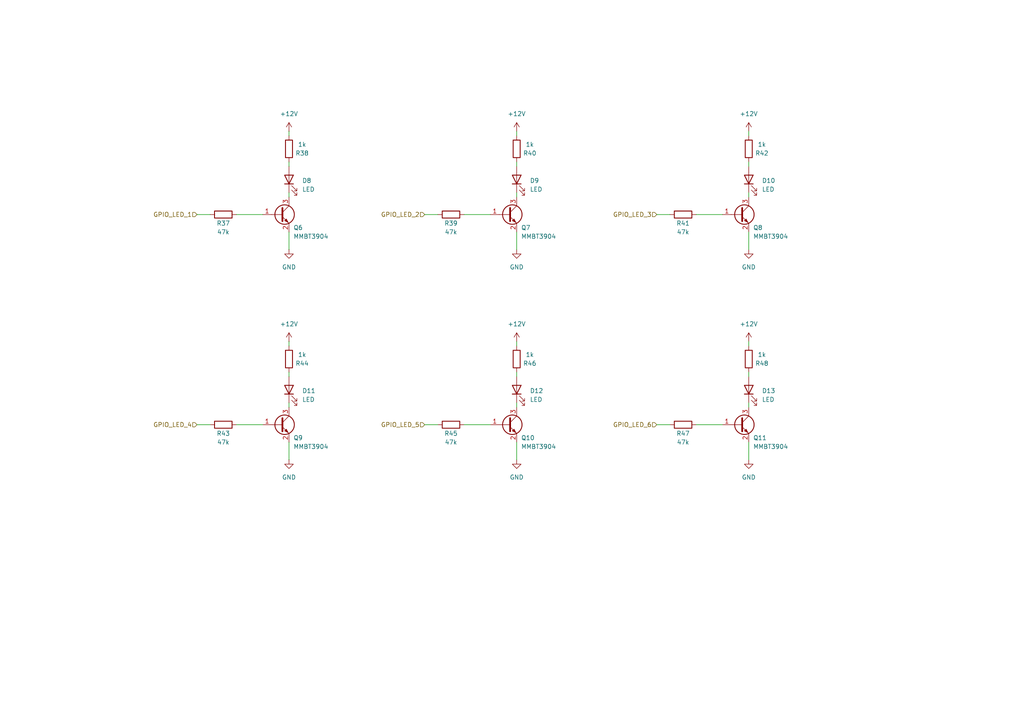
<source format=kicad_sch>
(kicad_sch (version 20250114) (generator "eeschema") (generator_version "9.0")
  (paper "A4")
  (lib_symbols
    (symbol "Device:LED" (pin_numbers (hide yes)) (pin_names (offset 1.016) (hide yes))
      (property "Reference" "D" (at 0 2.54 0))
      (property "Value" "LED" (at 0 -2.54 0))
      (symbol "LED_0_1"
        (polyline (pts (xy -3.048 -0.762) (xy -4.572 -2.286) (xy -3.81 -2.286) (xy -4.572 -2.286) (xy -4.572 -1.524)))
        (polyline (pts (xy -1.778 -0.762) (xy -3.302 -2.286) (xy -2.54 -2.286) (xy -3.302 -2.286) (xy -3.302 -1.524)))
        (polyline (pts (xy -1.27 0) (xy 1.27 0)))
        (polyline (pts (xy -1.27 -1.27) (xy -1.27 1.27)) (stroke (width 0.254)))
        (polyline (pts (xy 1.27 -1.27) (xy 1.27 1.27) (xy -1.27 0) (xy 1.27 -1.27)) (stroke (width 0.254)))
      )
      (symbol "LED_1_1"
        (pin passive line (at -3.81 0 0) (length 2.54) (name "K") (number "1"))
        (pin passive line (at 3.81 0 180) (length 2.54) (name "A") (number "2"))
      )
    )
    (symbol "Device:R" (pin_numbers (hide yes)) (pin_names (offset 0))
      (property "Reference" "R" (at 2.032 0 90))
      (property "Value" "R" (at 0 0 90))
      (symbol "R_0_1"
        (rectangle (start -1.016 -2.54) (end 1.016 2.54) (stroke (width 0.254)))
      )
      (symbol "R_1_1"
        (pin passive line (at 0 3.81 270) (length 1.27) (name "~") (number "1"))
        (pin passive line (at 0 -3.81 90) (length 1.27) (name "~") (number "2"))
      )
    )
    (symbol "Transistor_BJT:MMBT3904" (pin_names (offset 0) (hide yes))
      (property "Reference" "Q" (at 5.08 1.905 0))
      (property "Value" "MMBT3904" (at 5.08 0 0))
      (symbol "MMBT3904_0_1"
        (polyline (pts (xy -2.54 0) (xy 0.635 0)))
        (polyline (pts (xy 0.635 1.905) (xy 0.635 -1.905)) (stroke (width 0.508)))
        (circle (center 1.27 0) (radius 2.8194) (stroke (width 0.254)))
      )
      (symbol "MMBT3904_1_1"
        (polyline (pts (xy 0.635 0.635) (xy 2.54 2.54)))
        (polyline (pts (xy 0.635 -0.635) (xy 2.54 -2.54)))
        (polyline (pts (xy 1.27 -1.778) (xy 1.778 -1.27) (xy 2.286 -2.286) (xy 1.27 -1.778)) (fill (type outline)))
        (pin input line (at -5.08 0 0) (length 2.54) (name "B") (number "1"))
        (pin passive line (at 2.54 5.08 270) (length 2.54) (name "C") (number "3"))
        (pin passive line (at 2.54 -5.08 90) (length 2.54) (name "E") (number "2"))
      )
    )
    (symbol "power:+12V" (power) (pin_numbers (hide yes)) (pin_names (offset 0) (hide yes))
      (property "Value" "+12V" (at 0 3.556 0))
      (symbol "+12V_0_1"
        (polyline (pts (xy -0.762 1.27) (xy 0 2.54)))
        (polyline (pts (xy 0 2.54) (xy 0.762 1.27)))
        (polyline (pts (xy 0 0) (xy 0 2.54)))
      )
      (symbol "+12V_1_1"
        (pin power_in line (at 0 0 90) (length 0) (name "~") (number "1"))
      )
    )
    (symbol "power:GND" (power) (pin_numbers (hide yes)) (pin_names (offset 0) (hide yes))
      (property "Value" "GND" (at 0 -3.81 0))
      (symbol "GND_0_1"
        (polyline (pts (xy 0 0) (xy 0 -1.27) (xy 1.27 -1.27) (xy 0 -2.54) (xy -1.27 -1.27) (xy 0 -1.27)))
      )
      (symbol "GND_1_1"
        (pin power_in line (at 0 0 270) (length 0) (name "~") (number "1"))
      )
    )
  )
  (wire (pts (xy 217.17 55.88) (xy 217.17 57.15)))
  (wire (pts (xy 190.5 62.23) (xy 194.31 62.23)))
  (wire (pts (xy 83.82 55.88) (xy 83.82 57.15)))
  (wire (pts (xy 149.86 72.39) (xy 149.86 67.31)))
  (wire (pts (xy 201.93 62.23) (xy 209.55 62.23)))
  (wire (pts (xy 83.82 133.35) (xy 83.82 128.27)))
  (wire (pts (xy 149.86 116.84) (xy 149.86 118.11)))
  (wire (pts (xy 83.82 38.1) (xy 83.82 39.37)))
  (wire (pts (xy 217.17 107.95) (xy 217.17 109.22)))
  (wire (pts (xy 190.5 123.19) (xy 194.31 123.19)))
  (wire (pts (xy 201.93 123.19) (xy 209.55 123.19)))
  (wire (pts (xy 149.86 133.35) (xy 149.86 128.27)))
  (wire (pts (xy 83.82 72.39) (xy 83.82 67.31)))
  (wire (pts (xy 217.17 72.39) (xy 217.17 67.31)))
  (wire (pts (xy 123.19 123.19) (xy 127 123.19)))
  (wire (pts (xy 217.17 46.99) (xy 217.17 48.26)))
  (wire (pts (xy 123.19 62.23) (xy 127 62.23)))
  (wire (pts (xy 83.82 107.95) (xy 83.82 109.22)))
  (wire (pts (xy 57.15 62.23) (xy 60.96 62.23)))
  (wire (pts (xy 134.62 62.23) (xy 142.24 62.23)))
  (wire (pts (xy 217.17 133.35) (xy 217.17 128.27)))
  (wire (pts (xy 149.86 99.06) (xy 149.86 100.33)))
  (wire (pts (xy 149.86 107.95) (xy 149.86 109.22)))
  (wire (pts (xy 217.17 38.1) (xy 217.17 39.37)))
  (wire (pts (xy 83.82 99.06) (xy 83.82 100.33)))
  (wire (pts (xy 68.58 123.19) (xy 76.2 123.19)))
  (wire (pts (xy 68.58 62.23) (xy 76.2 62.23)))
  (wire (pts (xy 217.17 116.84) (xy 217.17 118.11)))
  (wire (pts (xy 83.82 46.99) (xy 83.82 48.26)))
  (wire (pts (xy 149.86 38.1) (xy 149.86 39.37)))
  (wire (pts (xy 83.82 116.84) (xy 83.82 118.11)))
  (wire (pts (xy 217.17 99.06) (xy 217.17 100.33)))
  (wire (pts (xy 134.62 123.19) (xy 142.24 123.19)))
  (wire (pts (xy 57.15 123.19) (xy 60.96 123.19)))
  (wire (pts (xy 149.86 55.88) (xy 149.86 57.15)))
  (wire (pts (xy 149.86 46.99) (xy 149.86 48.26)))
  (hierarchical_label "GPIO_LED_1" (shape input) (at 57.15 62.23 180))
  (hierarchical_label "GPIO_LED_3" (shape input) (at 190.5 62.23 180))
  (hierarchical_label "GPIO_LED_6" (shape input) (at 190.5 123.19 180))
  (hierarchical_label "GPIO_LED_5" (shape input) (at 123.19 123.19 180))
  (hierarchical_label "GPIO_LED_2" (shape input) (at 123.19 62.23 180))
  (hierarchical_label "GPIO_LED_4" (shape input) (at 57.15 123.19 180))
  (symbol (lib_id "power:+12V") (at 217.17 99.06 0) (unit 1)
    (property "Reference" "#PWR063" (effects (hide yes)))
    (property "Value" "+12V" (at 217.17 93.98 0))
    (property "Description" "Power symbol creates a global label with name \"+12V\"" (effects (hide yes)))
  )
  (symbol (lib_id "power:GND") (at 149.86 72.39 0) (unit 1)
    (property "Reference" "#PWR056" (effects (hide yes)))
    (property "Value" "GND" (at 149.86 77.47 0))
    (property "Description" "Power symbol creates a global label with name \"GND\" , ground" (effects (hide yes)))
  )
  (symbol (lib_id "power:+12V") (at 217.17 38.1 0) (unit 1)
    (property "Reference" "#PWR057" (effects (hide yes)))
    (property "Value" "+12V" (at 217.17 33.02 0))
    (property "Description" "Power symbol creates a global label with name \"+12V\"" (effects (hide yes)))
  )
  (symbol (lib_id "power:GND") (at 83.82 72.39 0) (unit 1)
    (property "Reference" "#PWR054" (effects (hide yes)))
    (property "Value" "GND" (at 83.82 77.47 0))
    (property "Description" "Power symbol creates a global label with name \"GND\" , ground" (effects (hide yes)))
  )
  (symbol (lib_id "Device:LED") (at 149.86 52.07 90) (unit 1)
    (property "Reference" "D9" (at 153.67 52.3874 90) (effects (justify right)))
    (property "Value" "LED" (at 153.67 54.9274 90) (effects (justify right)))
    (property "Description" "Light emitting diode" (effects (hide yes)))
    (property "Sim.Pins" "1=K 2=A" (effects (hide yes)))
  )
  (symbol (lib_id "Device:LED") (at 83.82 113.03 90) (unit 1)
    (property "Reference" "D11" (at 87.63 113.3474 90) (effects (justify right)))
    (property "Value" "LED" (at 87.63 115.8874 90) (effects (justify right)))
    (property "Description" "Light emitting diode" (effects (hide yes)))
    (property "Sim.Pins" "1=K 2=A" (effects (hide yes)))
  )
  (symbol (lib_id "Device:R") (at 217.17 104.14 180) (unit 1)
    (property "Reference" "R48" (at 220.98 105.41 0))
    (property "Value" "1k" (at 220.98 102.87 0))
    (property "Footprint" "Resistor_SMD:R_0603_1608Metric" (effects (hide yes)))
    (property "Vendor" "JLCPCB" (effects (hide yes)))
  )
  (symbol (lib_id "Transistor_BJT:MMBT3904") (at 81.28 123.19 0) (unit 1)
    (property "Reference" "Q9" (at 85.09 127 0) (effects (justify left)))
    (property "Value" "MMBT3904" (at 85.09 129.54 0) (effects (justify left)))
    (property "Footprint" "Package_TO_SOT_SMD:SOT-23" (effects (hide yes)))
    (property "Datasheet" "https://jlcpcb.com/api/file/downloadByFileSystemAccessId/8552894390268936192" (effects (hide yes)))
    (property "Description" "0.2A Ic, 40V Vce, Small Signal NPN Transistor, SOT-23" (effects (hide yes)))
    (property "Vendor" "JLCPCB" (effects (hide yes)))
    (property "LCSC" "C20526" (effects (hide yes)))
  )
  (symbol (lib_id "Device:R") (at 149.86 43.18 180) (unit 1)
    (property "Reference" "R40" (at 153.67 44.45 0))
    (property "Value" "1k" (at 153.67 41.91 0))
    (property "Footprint" "Resistor_SMD:R_0603_1608Metric" (effects (hide yes)))
    (property "Vendor" "JLCPCB" (effects (hide yes)))
  )
  (symbol (lib_id "power:+12V") (at 83.82 99.06 0) (unit 1)
    (property "Reference" "#PWR059" (effects (hide yes)))
    (property "Value" "+12V" (at 83.82 93.98 0))
    (property "Description" "Power symbol creates a global label with name \"+12V\"" (effects (hide yes)))
  )
  (symbol (lib_id "power:+12V") (at 149.86 99.06 0) (unit 1)
    (property "Reference" "#PWR061" (effects (hide yes)))
    (property "Value" "+12V" (at 149.86 93.98 0))
    (property "Description" "Power symbol creates a global label with name \"+12V\"" (effects (hide yes)))
  )
  (symbol (lib_id "Transistor_BJT:MMBT3904") (at 214.63 123.19 0) (unit 1)
    (property "Reference" "Q11" (at 218.44 127 0) (effects (justify left)))
    (property "Value" "MMBT3904" (at 218.44 129.54 0) (effects (justify left)))
    (property "Footprint" "Package_TO_SOT_SMD:SOT-23" (effects (hide yes)))
    (property "Datasheet" "https://jlcpcb.com/api/file/downloadByFileSystemAccessId/8552894390268936192" (effects (hide yes)))
    (property "Description" "0.2A Ic, 40V Vce, Small Signal NPN Transistor, SOT-23" (effects (hide yes)))
    (property "Vendor" "JLCPCB" (effects (hide yes)))
    (property "LCSC" "C20526" (effects (hide yes)))
  )
  (symbol (lib_id "power:+12V") (at 149.86 38.1 0) (unit 1)
    (property "Reference" "#PWR055" (effects (hide yes)))
    (property "Value" "+12V" (at 149.86 33.02 0))
    (property "Description" "Power symbol creates a global label with name \"+12V\"" (effects (hide yes)))
  )
  (symbol (lib_id "Device:LED") (at 217.17 113.03 90) (unit 1)
    (property "Reference" "D13" (at 220.98 113.3474 90) (effects (justify right)))
    (property "Value" "LED" (at 220.98 115.8874 90) (effects (justify right)))
    (property "Description" "Light emitting diode" (effects (hide yes)))
    (property "Sim.Pins" "1=K 2=A" (effects (hide yes)))
  )
  (symbol (lib_id "Device:R") (at 217.17 43.18 180) (unit 1)
    (property "Reference" "R42" (at 220.98 44.45 0))
    (property "Value" "1k" (at 220.98 41.91 0))
    (property "Footprint" "Resistor_SMD:R_0603_1608Metric" (effects (hide yes)))
    (property "Vendor" "JLCPCB" (effects (hide yes)))
  )
  (symbol (lib_id "Device:R") (at 130.81 123.19 90) (unit 1)
    (property "Reference" "R45" (at 130.81 125.73 90))
    (property "Value" "47k" (at 130.81 128.27 90))
    (property "Footprint" "Resistor_SMD:R_0603_1608Metric" (effects (hide yes)))
    (property "LCSC" "C25803" (effects (hide yes)))
    (property "Vendor" "JLCPCB" (effects (hide yes)))
  )
  (symbol (lib_id "Device:R") (at 130.81 62.23 90) (unit 1)
    (property "Reference" "R39" (at 130.81 64.77 90))
    (property "Value" "47k" (at 130.81 67.31 90))
    (property "Footprint" "Resistor_SMD:R_0603_1608Metric" (effects (hide yes)))
    (property "LCSC" "C25803" (effects (hide yes)))
    (property "Vendor" "JLCPCB" (effects (hide yes)))
  )
  (symbol (lib_id "power:+12V") (at 83.82 38.1 0) (unit 1)
    (property "Reference" "#PWR053" (effects (hide yes)))
    (property "Value" "+12V" (at 83.82 33.02 0))
    (property "Description" "Power symbol creates a global label with name \"+12V\"" (effects (hide yes)))
  )
  (symbol (lib_id "Device:R") (at 83.82 104.14 180) (unit 1)
    (property "Reference" "R44" (at 87.63 105.41 0))
    (property "Value" "1k" (at 87.63 102.87 0))
    (property "Footprint" "Resistor_SMD:R_0603_1608Metric" (effects (hide yes)))
    (property "Vendor" "JLCPCB" (effects (hide yes)))
  )
  (symbol (lib_id "Device:LED") (at 83.82 52.07 90) (unit 1)
    (property "Reference" "D8" (at 87.63 52.3874 90) (effects (justify right)))
    (property "Value" "LED" (at 87.63 54.9274 90) (effects (justify right)))
    (property "Description" "Light emitting diode" (effects (hide yes)))
    (property "Sim.Pins" "1=K 2=A" (effects (hide yes)))
  )
  (symbol (lib_id "Transistor_BJT:MMBT3904") (at 81.28 62.23 0) (unit 1)
    (property "Reference" "Q6" (at 85.09 66.04 0) (effects (justify left)))
    (property "Value" "MMBT3904" (at 85.09 68.58 0) (effects (justify left)))
    (property "Footprint" "Package_TO_SOT_SMD:SOT-23" (effects (hide yes)))
    (property "Datasheet" "https://jlcpcb.com/api/file/downloadByFileSystemAccessId/8552894390268936192" (effects (hide yes)))
    (property "Description" "0.2A Ic, 40V Vce, Small Signal NPN Transistor, SOT-23" (effects (hide yes)))
    (property "Vendor" "JLCPCB" (effects (hide yes)))
    (property "LCSC" "C20526" (effects (hide yes)))
  )
  (symbol (lib_id "Device:LED") (at 149.86 113.03 90) (unit 1)
    (property "Reference" "D12" (at 153.67 113.3474 90) (effects (justify right)))
    (property "Value" "LED" (at 153.67 115.8874 90) (effects (justify right)))
    (property "Description" "Light emitting diode" (effects (hide yes)))
    (property "Sim.Pins" "1=K 2=A" (effects (hide yes)))
  )
  (symbol (lib_id "Transistor_BJT:MMBT3904") (at 147.32 123.19 0) (unit 1)
    (property "Reference" "Q10" (at 151.13 127 0) (effects (justify left)))
    (property "Value" "MMBT3904" (at 151.13 129.54 0) (effects (justify left)))
    (property "Footprint" "Package_TO_SOT_SMD:SOT-23" (effects (hide yes)))
    (property "Datasheet" "https://jlcpcb.com/api/file/downloadByFileSystemAccessId/8552894390268936192" (effects (hide yes)))
    (property "Description" "0.2A Ic, 40V Vce, Small Signal NPN Transistor, SOT-23" (effects (hide yes)))
    (property "Vendor" "JLCPCB" (effects (hide yes)))
    (property "LCSC" "C20526" (effects (hide yes)))
  )
  (symbol (lib_id "Device:R") (at 64.77 123.19 90) (unit 1)
    (property "Reference" "R43" (at 64.77 125.73 90))
    (property "Value" "47k" (at 64.77 128.27 90))
    (property "Footprint" "Resistor_SMD:R_0603_1608Metric" (effects (hide yes)))
    (property "LCSC" "C25803" (effects (hide yes)))
    (property "Vendor" "JLCPCB" (effects (hide yes)))
  )
  (symbol (lib_id "Transistor_BJT:MMBT3904") (at 147.32 62.23 0) (unit 1)
    (property "Reference" "Q7" (at 151.13 66.04 0) (effects (justify left)))
    (property "Value" "MMBT3904" (at 151.13 68.58 0) (effects (justify left)))
    (property "Footprint" "Package_TO_SOT_SMD:SOT-23" (effects (hide yes)))
    (property "Datasheet" "https://jlcpcb.com/api/file/downloadByFileSystemAccessId/8552894390268936192" (effects (hide yes)))
    (property "Description" "0.2A Ic, 40V Vce, Small Signal NPN Transistor, SOT-23" (effects (hide yes)))
    (property "Vendor" "JLCPCB" (effects (hide yes)))
    (property "LCSC" "C20526" (effects (hide yes)))
  )
  (symbol (lib_id "Device:R") (at 198.12 62.23 90) (unit 1)
    (property "Reference" "R41" (at 198.12 64.77 90))
    (property "Value" "47k" (at 198.12 67.31 90))
    (property "Footprint" "Resistor_SMD:R_0603_1608Metric" (effects (hide yes)))
    (property "LCSC" "C25803" (effects (hide yes)))
    (property "Vendor" "JLCPCB" (effects (hide yes)))
  )
  (symbol (lib_id "Device:R") (at 83.82 43.18 180) (unit 1)
    (property "Reference" "R38" (at 87.63 44.45 0))
    (property "Value" "1k" (at 87.63 41.91 0))
    (property "Footprint" "Resistor_SMD:R_0603_1608Metric" (effects (hide yes)))
    (property "Vendor" "JLCPCB" (effects (hide yes)))
  )
  (symbol (lib_id "power:GND") (at 217.17 133.35 0) (unit 1)
    (property "Reference" "#PWR064" (effects (hide yes)))
    (property "Value" "GND" (at 217.17 138.43 0))
    (property "Description" "Power symbol creates a global label with name \"GND\" , ground" (effects (hide yes)))
  )
  (symbol (lib_id "Transistor_BJT:MMBT3904") (at 214.63 62.23 0) (unit 1)
    (property "Reference" "Q8" (at 218.44 66.04 0) (effects (justify left)))
    (property "Value" "MMBT3904" (at 218.44 68.58 0) (effects (justify left)))
    (property "Footprint" "Package_TO_SOT_SMD:SOT-23" (effects (hide yes)))
    (property "Datasheet" "https://jlcpcb.com/api/file/downloadByFileSystemAccessId/8552894390268936192" (effects (hide yes)))
    (property "Description" "0.2A Ic, 40V Vce, Small Signal NPN Transistor, SOT-23" (effects (hide yes)))
    (property "Vendor" "JLCPCB" (effects (hide yes)))
    (property "LCSC" "C20526" (effects (hide yes)))
  )
  (symbol (lib_id "Device:LED") (at 217.17 52.07 90) (unit 1)
    (property "Reference" "D10" (at 220.98 52.3874 90) (effects (justify right)))
    (property "Value" "LED" (at 220.98 54.9274 90) (effects (justify right)))
    (property "Description" "Light emitting diode" (effects (hide yes)))
    (property "Sim.Pins" "1=K 2=A" (effects (hide yes)))
  )
  (symbol (lib_id "Device:R") (at 198.12 123.19 90) (unit 1)
    (property "Reference" "R47" (at 198.12 125.73 90))
    (property "Value" "47k" (at 198.12 128.27 90))
    (property "Footprint" "Resistor_SMD:R_0603_1608Metric" (effects (hide yes)))
    (property "LCSC" "C25803" (effects (hide yes)))
    (property "Vendor" "JLCPCB" (effects (hide yes)))
  )
  (symbol (lib_id "Device:R") (at 149.86 104.14 180) (unit 1)
    (property "Reference" "R46" (at 153.67 105.41 0))
    (property "Value" "1k" (at 153.67 102.87 0))
    (property "Footprint" "Resistor_SMD:R_0603_1608Metric" (effects (hide yes)))
    (property "Vendor" "JLCPCB" (effects (hide yes)))
  )
  (symbol (lib_id "power:GND") (at 149.86 133.35 0) (unit 1)
    (property "Reference" "#PWR062" (effects (hide yes)))
    (property "Value" "GND" (at 149.86 138.43 0))
    (property "Description" "Power symbol creates a global label with name \"GND\" , ground" (effects (hide yes)))
  )
  (symbol (lib_id "Device:R") (at 64.77 62.23 90) (unit 1)
    (property "Reference" "R37" (at 64.77 64.77 90))
    (property "Value" "47k" (at 64.77 67.31 90))
    (property "Footprint" "Resistor_SMD:R_0603_1608Metric" (effects (hide yes)))
    (property "LCSC" "C25803" (effects (hide yes)))
    (property "Vendor" "JLCPCB" (effects (hide yes)))
  )
  (symbol (lib_id "power:GND") (at 217.17 72.39 0) (unit 1)
    (property "Reference" "#PWR058" (effects (hide yes)))
    (property "Value" "GND" (at 217.17 77.47 0))
    (property "Description" "Power symbol creates a global label with name \"GND\" , ground" (effects (hide yes)))
  )
  (symbol (lib_id "power:GND") (at 83.82 133.35 0) (unit 1)
    (property "Reference" "#PWR060" (effects (hide yes)))
    (property "Value" "GND" (at 83.82 138.43 0))
    (property "Description" "Power symbol creates a global label with name \"GND\" , ground" (effects (hide yes)))
  )
)
</source>
